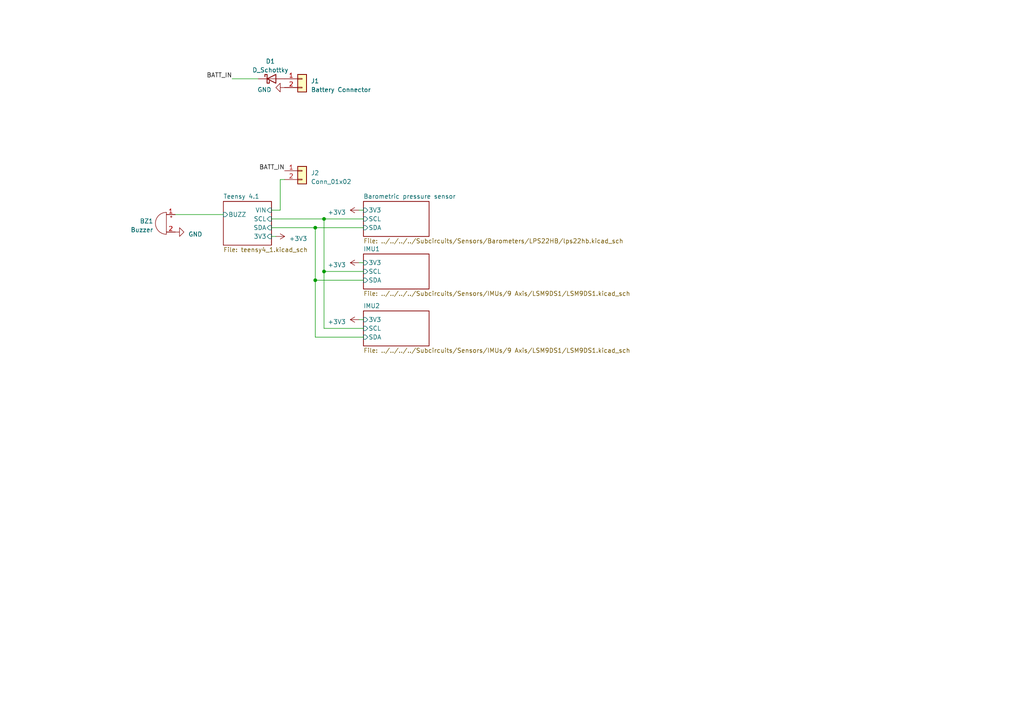
<source format=kicad_sch>
(kicad_sch (version 20230121) (generator eeschema)
  (paper "A4")
  (lib_symbols
    (symbol "Connector_Generic:Conn_01x02" (pin_names (offset 1.016) hide)
      (property "Reference" "J" (at 0 2.54 0))
      (property "Value" "Conn_01x02" (at 0 -5.08 0))
      (symbol "Conn_01x02_1_1"
        (rectangle (start -1.27 -2.413) (end 0 -2.667) (stroke (width 0.1524)))
        (rectangle (start -1.27 0.127) (end 0 -0.127) (stroke (width 0.1524)))
        (rectangle (start -1.27 1.27) (end 1.27 -3.81) (stroke (width 0.254)) (fill (type background)))
        (pin passive line (at -5.08 0 0) (length 3.81) (name "Pin_1") (number "1"))
        (pin passive line (at -5.08 -2.54 0) (length 3.81) (name "Pin_2") (number "2"))
      )
    )
    (symbol "Device:Buzzer" (pin_names (offset 0.0254) hide)
      (property "Reference" "BZ" (at 3.81 1.27 0))
      (property "Value" "Buzzer" (at 3.81 -1.27 0))
      (symbol "Buzzer_0_1"
        (arc (start 0 -3.175) (mid 3.1612 0) (end 0 3.175))
        (polyline (pts (xy -1.651 1.905) (xy -1.143 1.905)))
        (polyline (pts (xy -1.397 2.159) (xy -1.397 1.651)))
        (polyline (pts (xy 0 3.175) (xy 0 -3.175)))
      )
      (symbol "Buzzer_1_1"
        (pin passive line (at -2.54 2.54 0) (length 2.54) (name "-") (number "1"))
        (pin passive line (at -2.54 -2.54 0) (length 2.54) (name "+") (number "2"))
      )
    )
    (symbol "Device:D_Schottky" (pin_numbers hide) (pin_names (offset 1.016) hide)
      (property "Reference" "D" (at 0 2.54 0))
      (property "Value" "D_Schottky" (at 0 -2.54 0))
      (symbol "D_Schottky_0_1"
        (polyline (pts (xy 1.27 0) (xy -1.27 0)))
        (polyline (pts (xy 1.27 1.27) (xy 1.27 -1.27) (xy -1.27 0) (xy 1.27 1.27)) (stroke (width 0.254)))
        (polyline (pts (xy -1.905 0.635) (xy -1.905 1.27) (xy -1.27 1.27) (xy -1.27 -1.27) (xy -0.635 -1.27) (xy -0.635 -0.635)) (stroke (width 0.254)))
      )
      (symbol "D_Schottky_1_1"
        (pin passive line (at -3.81 0 0) (length 2.54) (name "K") (number "1"))
        (pin passive line (at 3.81 0 180) (length 2.54) (name "A") (number "2"))
      )
    )
    (symbol "power:+3V3" (power) (pin_names (offset 0))
      (property "Value" "+3V3" (at 0 3.556 0))
      (symbol "+3V3_0_1"
        (polyline (pts (xy -0.762 1.27) (xy 0 2.54)))
        (polyline (pts (xy 0 0) (xy 0 2.54)))
        (polyline (pts (xy 0 2.54) (xy 0.762 1.27)))
      )
      (symbol "+3V3_1_1"
        (pin power_in line (at 0 0 90) (length 0) hide (name "+3V3") (number "1"))
      )
    )
    (symbol "power:GND" (power) (pin_names (offset 0))
      (property "Value" "GND" (at 0 -3.81 0))
      (symbol "GND_0_1"
        (polyline (pts (xy 0 0) (xy 0 -1.27) (xy 1.27 -1.27) (xy 0 -2.54) (xy -1.27 -1.27) (xy 0 -1.27)))
      )
      (symbol "GND_1_1"
        (pin power_in line (at 0 0 270) (length 0) hide (name "GND") (number "1"))
      )
    )
  )
  (junction (at 91.44 66.04))
  (junction (at 93.98 78.74))
  (junction (at 93.98 63.5))
  (junction (at 91.44 81.28))
  (wire (pts (xy 91.44 97.79) (xy 105.41 97.79)))
  (wire (pts (xy 104.14 92.71) (xy 105.41 92.71)))
  (wire (pts (xy 93.98 95.25) (xy 105.41 95.25)))
  (wire (pts (xy 91.44 81.28) (xy 105.41 81.28)))
  (wire (pts (xy 93.98 78.74) (xy 105.41 78.74)))
  (wire (pts (xy 104.14 76.2) (xy 105.41 76.2)))
  (wire (pts (xy 91.44 66.04) (xy 91.44 81.28)))
  (wire (pts (xy 81.28 52.07) (xy 81.28 60.96)))
  (wire (pts (xy 67.31 22.86) (xy 74.93 22.86)))
  (wire (pts (xy 78.74 63.5) (xy 93.98 63.5)))
  (wire (pts (xy 104.14 60.96) (xy 105.41 60.96)))
  (wire (pts (xy 78.74 68.58) (xy 80.01 68.58)))
  (wire (pts (xy 82.55 52.07) (xy 81.28 52.07)))
  (wire (pts (xy 93.98 63.5) (xy 105.41 63.5)))
  (wire (pts (xy 50.8 62.23) (xy 64.77 62.23)))
  (wire (pts (xy 93.98 63.5) (xy 93.98 78.74)))
  (wire (pts (xy 91.44 66.04) (xy 105.41 66.04)))
  (wire (pts (xy 81.28 60.96) (xy 78.74 60.96)))
  (wire (pts (xy 93.98 78.74) (xy 93.98 95.25)))
  (wire (pts (xy 78.74 66.04) (xy 91.44 66.04)))
  (wire (pts (xy 91.44 81.28) (xy 91.44 97.79)))
  (label "BATT_IN" (at 67.31 22.86 180))
  (label "BATT_IN" (at 82.55 49.53 180))
  (symbol (lib_id "Device:Buzzer") (at 48.26 64.77 0) (mirror y) (unit 1)
    (property "Reference" "BZ1" (at 44.45 64.135 0) (effects (justify left)))
    (property "Value" "Buzzer" (at 44.45 66.675 0) (effects (justify left)))
    (property "Footprint" "Buzzer_Beeper:Buzzer_TDK_PS1240P02BT_D12.2mm_H6.5mm" (effects hide))
  )
  (symbol (lib_id "power:GND") (at 50.8 67.31 90) (unit 1)
    (property "Reference" "#PWR022" (effects hide))
    (property "Value" "GND" (at 54.61 67.945 90) (effects (justify right)))
  )
  (symbol (lib_id "Device:D_Schottky") (at 78.74 22.86 0) (unit 1)
    (property "Reference" "D1" (at 78.4225 17.78 0))
    (property "Value" "D_Schottky" (at 78.4225 20.32 0))
    (property "Footprint" "Diode_SMD:D_SOD-123F" (effects hide))
  )
  (symbol (lib_id "power:+3V3") (at 104.14 92.71 90) (unit 1)
    (property "Reference" "#PWR011" (effects hide))
    (property "Value" "+3V3" (at 100.33 93.345 90) (effects (justify left)))
  )
  (symbol (lib_id "Connector_Generic:Conn_01x02") (at 87.63 22.86 0) (unit 1)
    (property "Reference" "J1" (at 90.17 23.495 0) (effects (justify left)))
    (property "Value" "Battery Connector" (at 90.17 26.035 0) (effects (justify left)))
    (property "Footprint" "Connector_PinHeader_2.00mm:PinHeader_1x02_P2.00mm_Vertical" (effects hide))
  )
  (symbol (lib_id "power:+3V3") (at 104.14 60.96 90) (unit 1)
    (property "Reference" "#PWR03" (effects hide))
    (property "Value" "+3V3" (at 100.33 61.595 90) (effects (justify left)))
  )
  (symbol (lib_id "Connector_Generic:Conn_01x02") (at 87.63 49.53 0) (unit 1)
    (property "Reference" "J2" (at 90.17 50.165 0) (effects (justify left)))
    (property "Value" "Conn_01x02" (at 90.17 52.705 0) (effects (justify left)))
    (property "Footprint" "Connector_PinHeader_2.00mm:PinHeader_1x02_P2.00mm_Vertical" (effects hide))
  )
  (symbol (lib_id "power:+3V3") (at 104.14 76.2 90) (unit 1)
    (property "Reference" "#PWR010" (effects hide))
    (property "Value" "+3V3" (at 100.33 76.835 90) (effects (justify left)))
  )
  (symbol (lib_id "power:GND") (at 82.55 25.4 270) (unit 1)
    (property "Reference" "#PWR019" (effects hide))
    (property "Value" "GND" (at 78.74 26.035 90) (effects (justify right)))
  )
  (symbol (lib_id "power:+3V3") (at 80.01 68.58 270) (unit 1)
    (property "Reference" "#PWR02" (effects hide))
    (property "Value" "+3V3" (at 83.82 69.215 90) (effects (justify left)))
  )
  (sheet (at 105.41 58.42) (size 19.05 10.16) (stroke (width 0.1524))
    (property "Sheetname" "Barometric pressure sensor" (at 105.41 57.7084 0) (effects (justify left bottom)))
    (property "Sheetfile" "../../../../Subcircuits/Sensors/Barometers/LPS22HB/lps22hb.kicad_sch" (at 105.41 69.1646 0) (effects (justify left top)))
    (pin "3V3" input (at 105.41 60.96 180))
    (pin "SDA" input (at 105.41 66.04 180))
    (pin "SCL" input (at 105.41 63.5 180))
  )
  (sheet (at 64.77 58.42) (size 13.97 12.7) (stroke (width 0.1524))
    (property "Sheetname" "Teensy 4.1" (at 64.77 57.7084 0) (effects (justify left bottom)))
    (property "Sheetfile" "teensy4_1.kicad_sch" (at 64.77 71.7046 0) (effects (justify left top)))
    (pin "SCL" input (at 78.74 63.5 0))
    (pin "SDA" input (at 78.74 66.04 0))
    (pin "VIN" input (at 78.74 60.96 0))
    (pin "3V3" input (at 78.74 68.58 0))
    (pin "BUZZ" input (at 64.77 62.23 180))
  )
  (sheet (at 105.41 73.66) (size 19.05 10.16) (stroke (width 0.1524))
    (property "Sheetname" "IMU1" (at 105.41 72.9484 0) (effects (justify left bottom)))
    (property "Sheetfile" "../../../../Subcircuits/Sensors/IMUs/9 Axis/LSM9DS1/LSM9DS1.kicad_sch" (at 105.41 84.4046 0) (effects (justify left top)))
    (pin "SCL" input (at 105.41 78.74 180))
    (pin "SDA" input (at 105.41 81.28 180))
    (pin "3V3" input (at 105.41 76.2 180))
  )
  (sheet (at 105.41 90.17) (size 19.05 10.16) (stroke (width 0.1524))
    (property "Sheetname" "IMU2" (at 105.41 89.4584 0) (effects (justify left bottom)))
    (property "Sheetfile" "../../../../Subcircuits/Sensors/IMUs/9 Axis/LSM9DS1/LSM9DS1.kicad_sch" (at 105.41 100.9146 0) (effects (justify left top)))
    (pin "SCL" input (at 105.41 95.25 180))
    (pin "SDA" input (at 105.41 97.79 180))
    (pin "3V3" input (at 105.41 92.71 180))
  )
)
</source>
